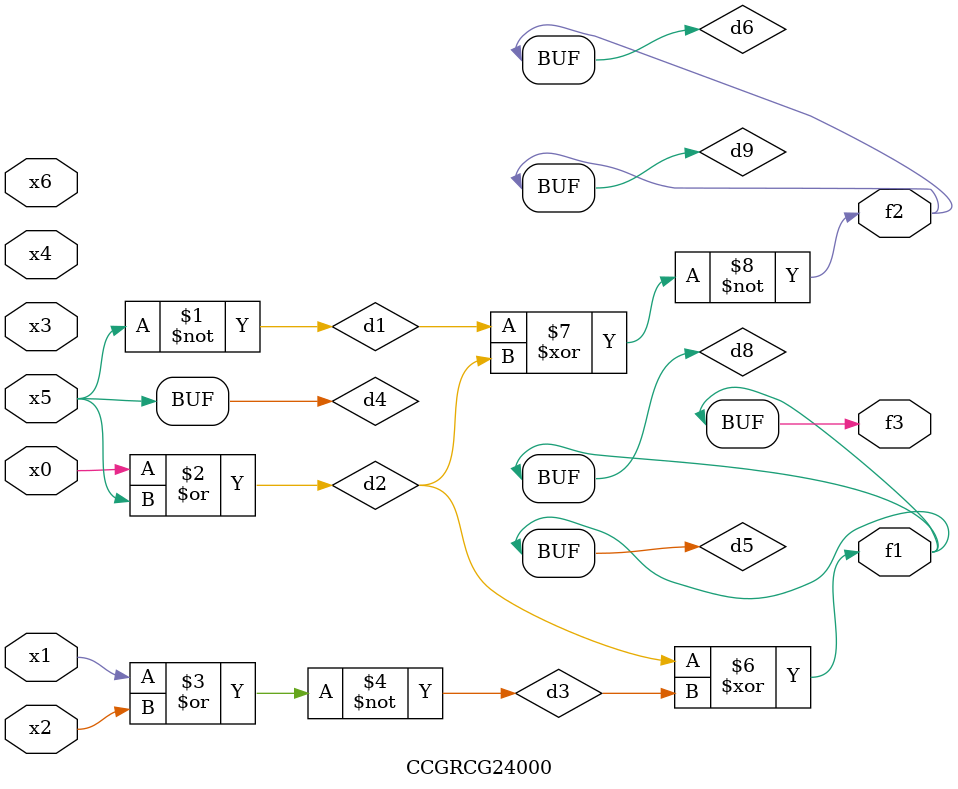
<source format=v>
module CCGRCG24000(
	input x0, x1, x2, x3, x4, x5, x6,
	output f1, f2, f3
);

	wire d1, d2, d3, d4, d5, d6, d7, d8, d9;

	nand (d1, x5);
	or (d2, x0, x5);
	nor (d3, x1, x2);
	xnor (d4, d1);
	xor (d5, d2, d3);
	xnor (d6, d1, d2);
	not (d7, x4);
	buf (d8, d5);
	xor (d9, d6);
	assign f1 = d8;
	assign f2 = d9;
	assign f3 = d8;
endmodule

</source>
